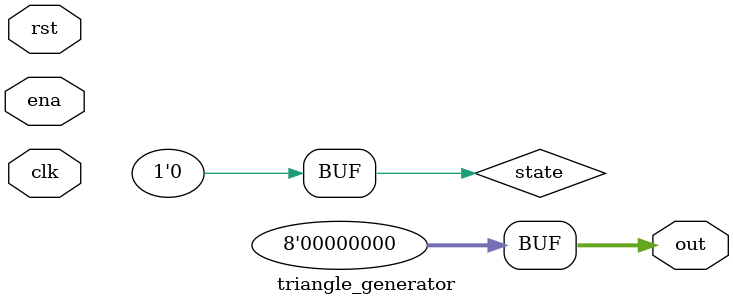
<source format=sv>
module triangle_generator(clk, rst, ena, out);

parameter N = 8;
input wire clk, rst, ena;
output logic [N-1:0] out;

typedef enum logic {COUNTING_UP, COUNTING_DOWN} state_t;
state_t state;

always_comb begin
    out = 0;
    state = COUNTING_UP;
end

always_ff @(posedge clk) begin
    if (rst) begin
        out <= 0;
    end


    if (ena & ~state) begin
        out <= out + 1;
    end else if (ena & state) begin
        out <= out - 1;
    end else begin
        out <= out;
    end

    if (~state & out == 2**(N-1))
        state <= 1;
    else if (state & (out == 0)) begin
        state <= 0;
        out <= 1;
    end
end

endmodule
</source>
